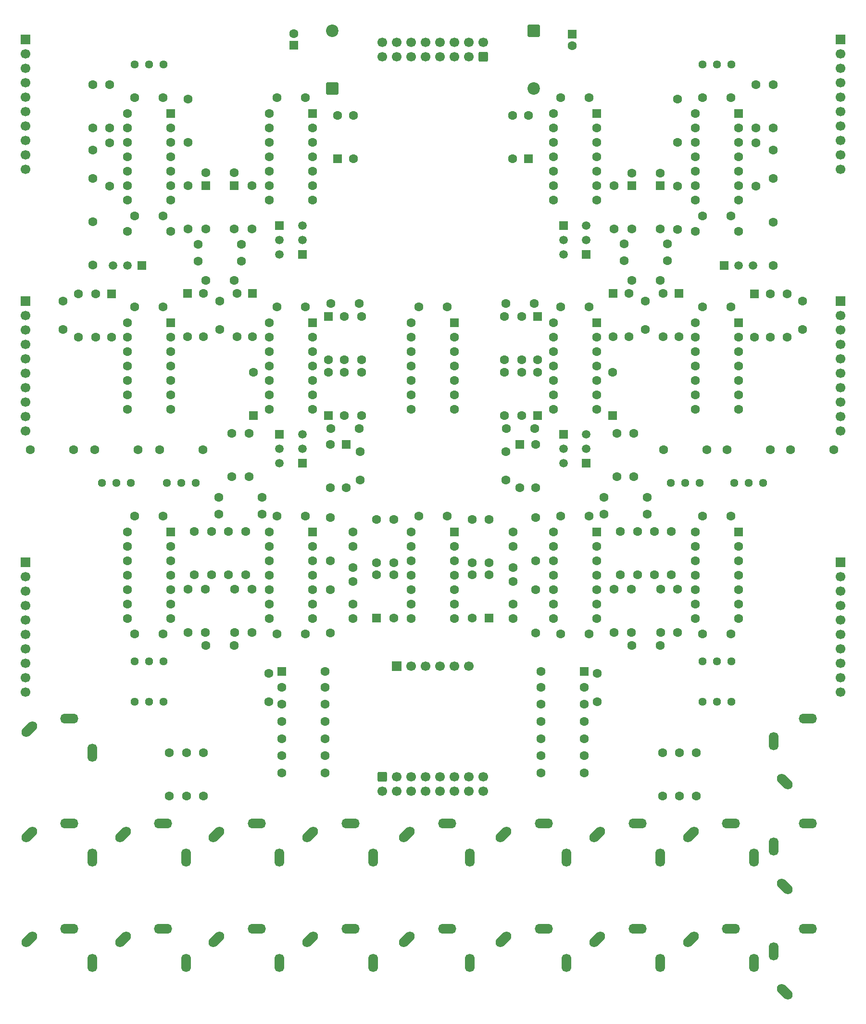
<source format=gbs>
%TF.GenerationSoftware,KiCad,Pcbnew,9.0.6*%
%TF.CreationDate,2025-12-25T18:10:41+01:00*%
%TF.ProjectId,DMH_VCEG_PCB_1_Mk1_1,444d485f-5643-4454-975f-5043425f315f,1*%
%TF.SameCoordinates,Original*%
%TF.FileFunction,Soldermask,Bot*%
%TF.FilePolarity,Negative*%
%FSLAX46Y46*%
G04 Gerber Fmt 4.6, Leading zero omitted, Abs format (unit mm)*
G04 Created by KiCad (PCBNEW 9.0.6) date 2025-12-25 18:10:41*
%MOMM*%
%LPD*%
G01*
G04 APERTURE LIST*
G04 Aperture macros list*
%AMRoundRect*
0 Rectangle with rounded corners*
0 $1 Rounding radius*
0 $2 $3 $4 $5 $6 $7 $8 $9 X,Y pos of 4 corners*
0 Add a 4 corners polygon primitive as box body*
4,1,4,$2,$3,$4,$5,$6,$7,$8,$9,$2,$3,0*
0 Add four circle primitives for the rounded corners*
1,1,$1+$1,$2,$3*
1,1,$1+$1,$4,$5*
1,1,$1+$1,$6,$7*
1,1,$1+$1,$8,$9*
0 Add four rect primitives between the rounded corners*
20,1,$1+$1,$2,$3,$4,$5,0*
20,1,$1+$1,$4,$5,$6,$7,0*
20,1,$1+$1,$6,$7,$8,$9,0*
20,1,$1+$1,$8,$9,$2,$3,0*%
%AMHorizOval*
0 Thick line with rounded ends*
0 $1 width*
0 $2 $3 position (X,Y) of the first rounded end (center of the circle)*
0 $4 $5 position (X,Y) of the second rounded end (center of the circle)*
0 Add line between two ends*
20,1,$1,$2,$3,$4,$5,0*
0 Add two circle primitives to create the rounded ends*
1,1,$1,$2,$3*
1,1,$1,$4,$5*%
G04 Aperture macros list end*
%ADD10C,1.600000*%
%ADD11RoundRect,0.250000X0.550000X0.550000X-0.550000X0.550000X-0.550000X-0.550000X0.550000X-0.550000X0*%
%ADD12R,1.500000X1.500000*%
%ADD13C,1.500000*%
%ADD14HorizOval,1.712000X-0.533159X-0.533159X0.533159X0.533159X0*%
%ADD15O,1.712000X3.220000*%
%ADD16O,3.220000X1.712000*%
%ADD17R,1.700000X1.700000*%
%ADD18C,1.700000*%
%ADD19HorizOval,1.712000X-0.533159X0.533159X0.533159X-0.533159X0*%
%ADD20C,1.440000*%
%ADD21RoundRect,0.250000X0.550000X-0.550000X0.550000X0.550000X-0.550000X0.550000X-0.550000X-0.550000X0*%
%ADD22RoundRect,0.250000X-0.550000X0.550000X-0.550000X-0.550000X0.550000X-0.550000X0.550000X0.550000X0*%
%ADD23RoundRect,0.249999X-0.850001X0.850001X-0.850001X-0.850001X0.850001X-0.850001X0.850001X0.850001X0*%
%ADD24C,2.200000*%
%ADD25RoundRect,0.250000X-0.600000X0.600000X-0.600000X-0.600000X0.600000X-0.600000X0.600000X0.600000X0*%
%ADD26RoundRect,0.250000X0.600000X-0.600000X0.600000X0.600000X-0.600000X0.600000X-0.600000X-0.600000X0*%
%ADD27RoundRect,0.249999X0.850001X-0.850001X0.850001X0.850001X-0.850001X0.850001X-0.850001X-0.850001X0*%
%ADD28RoundRect,0.250000X-0.550000X-0.550000X0.550000X-0.550000X0.550000X0.550000X-0.550000X0.550000X0*%
G04 APERTURE END LIST*
D10*
%TO.C,U13*%
X121190000Y-95585000D03*
X121190000Y-98125000D03*
X121190000Y-100665000D03*
X121190000Y-103205000D03*
X121190000Y-105745000D03*
X121190000Y-108285000D03*
X121190000Y-110825000D03*
X128810000Y-110825000D03*
X128810000Y-108285000D03*
X128810000Y-105745000D03*
X128810000Y-103205000D03*
X128810000Y-100665000D03*
X128810000Y-98125000D03*
D11*
X128810000Y-95585000D03*
%TD*%
D10*
%TO.C,R3*%
X159900000Y-85510000D03*
X159900000Y-77890000D03*
%TD*%
D11*
%TO.C,U26*%
X103810000Y-95585000D03*
D10*
X103810000Y-98125000D03*
X103810000Y-100665000D03*
X103810000Y-103205000D03*
X103810000Y-105745000D03*
X103810000Y-108285000D03*
X103810000Y-110825000D03*
X96190000Y-110825000D03*
X96190000Y-108285000D03*
X96190000Y-105745000D03*
X96190000Y-103205000D03*
X96190000Y-100665000D03*
X96190000Y-98125000D03*
X96190000Y-95585000D03*
%TD*%
%TO.C,R202*%
X40100000Y-77790000D03*
X40100000Y-85410000D03*
%TD*%
D12*
%TO.C,Q6*%
X151260000Y-85500000D03*
D13*
X153800000Y-85500000D03*
X156340000Y-85500000D03*
%TD*%
D12*
%TO.C,Q5*%
X48740000Y-85500000D03*
D13*
X46200000Y-85500000D03*
X43660000Y-85500000D03*
%TD*%
D10*
%TO.C,C79*%
X97500000Y-92800000D03*
X102500000Y-92800000D03*
%TD*%
D14*
%TO.C,J19*%
X145403810Y-204153810D03*
D15*
X156500000Y-208250000D03*
D16*
X152500000Y-202250000D03*
%TD*%
D14*
%TO.C,J14*%
X112403810Y-185653810D03*
D15*
X123500000Y-189750000D03*
D16*
X119500000Y-183750000D03*
%TD*%
D17*
%TO.C,J24*%
X93650000Y-156000000D03*
D18*
X96190000Y-156000000D03*
X98730000Y-156000000D03*
X101270000Y-156000000D03*
X103810000Y-156000000D03*
X106350000Y-156000000D03*
%TD*%
D14*
%TO.C,J3*%
X61903810Y-185653810D03*
D15*
X73000000Y-189750000D03*
D16*
X69000000Y-183750000D03*
%TD*%
D14*
%TO.C,J1*%
X28903810Y-185653810D03*
D15*
X40000000Y-189750000D03*
D16*
X36000000Y-183750000D03*
%TD*%
D14*
%TO.C,J5*%
X78403810Y-204153810D03*
D15*
X89500000Y-208250000D03*
D16*
X85500000Y-202250000D03*
%TD*%
D19*
%TO.C,J20*%
X161903810Y-213346190D03*
D16*
X166000000Y-202250000D03*
D15*
X160000000Y-206250000D03*
%TD*%
D14*
%TO.C,J4*%
X78403810Y-185653810D03*
D15*
X89500000Y-189750000D03*
D16*
X85500000Y-183750000D03*
%TD*%
D14*
%TO.C,J18*%
X128903810Y-204153810D03*
D15*
X140000000Y-208250000D03*
D16*
X136000000Y-202250000D03*
%TD*%
D17*
%TO.C,J21*%
X28250000Y-45750000D03*
D18*
X28250000Y-48290000D03*
X28250000Y-50830000D03*
X28250000Y-53370000D03*
X28250000Y-55910000D03*
X28250000Y-58450000D03*
X28250000Y-60990000D03*
X28250000Y-63530000D03*
X28250000Y-66070000D03*
X28250000Y-68610000D03*
%TD*%
D14*
%TO.C,J7*%
X95403810Y-185653810D03*
D15*
X106500000Y-189750000D03*
D16*
X102500000Y-183750000D03*
%TD*%
D14*
%TO.C,J8*%
X61903810Y-204153810D03*
D15*
X73000000Y-208250000D03*
D16*
X69000000Y-202250000D03*
%TD*%
D17*
%TO.C,J27*%
X171750000Y-137750000D03*
D18*
X171750000Y-140290000D03*
X171750000Y-142830000D03*
X171750000Y-145370000D03*
X171750000Y-147910000D03*
X171750000Y-150450000D03*
X171750000Y-152990000D03*
X171750000Y-155530000D03*
X171750000Y-158070000D03*
X171750000Y-160610000D03*
%TD*%
D17*
%TO.C,J23*%
X28250000Y-137750000D03*
D18*
X28250000Y-140290000D03*
X28250000Y-142830000D03*
X28250000Y-145370000D03*
X28250000Y-147910000D03*
X28250000Y-150450000D03*
X28250000Y-152990000D03*
X28250000Y-155530000D03*
X28250000Y-158070000D03*
X28250000Y-160610000D03*
%TD*%
D14*
%TO.C,J10*%
X28903810Y-204153810D03*
D15*
X40000000Y-208250000D03*
D16*
X36000000Y-202250000D03*
%TD*%
D14*
%TO.C,J13*%
X128903810Y-185653810D03*
D15*
X140000000Y-189750000D03*
D16*
X136000000Y-183750000D03*
%TD*%
D17*
%TO.C,J26*%
X171750000Y-91750000D03*
D18*
X171750000Y-94290000D03*
X171750000Y-96830000D03*
X171750000Y-99370000D03*
X171750000Y-101910000D03*
X171750000Y-104450000D03*
X171750000Y-106990000D03*
X171750000Y-109530000D03*
X171750000Y-112070000D03*
X171750000Y-114610000D03*
%TD*%
D14*
%TO.C,J6*%
X28903810Y-167153810D03*
D15*
X40000000Y-171250000D03*
D16*
X36000000Y-165250000D03*
%TD*%
D17*
%TO.C,J22*%
X28250000Y-91750000D03*
D18*
X28250000Y-94290000D03*
X28250000Y-96830000D03*
X28250000Y-99370000D03*
X28250000Y-101910000D03*
X28250000Y-104450000D03*
X28250000Y-106990000D03*
X28250000Y-109530000D03*
X28250000Y-112070000D03*
X28250000Y-114610000D03*
%TD*%
D14*
%TO.C,J12*%
X145403810Y-185653810D03*
D15*
X156500000Y-189750000D03*
D16*
X152500000Y-183750000D03*
%TD*%
D14*
%TO.C,J2*%
X45403810Y-185653810D03*
D15*
X56500000Y-189750000D03*
D16*
X52500000Y-183750000D03*
%TD*%
D19*
%TO.C,J16*%
X161903810Y-176346190D03*
D16*
X166000000Y-165250000D03*
D15*
X160000000Y-169250000D03*
%TD*%
D17*
%TO.C,J25*%
X171750000Y-45750000D03*
D18*
X171750000Y-48290000D03*
X171750000Y-50830000D03*
X171750000Y-53370000D03*
X171750000Y-55910000D03*
X171750000Y-58450000D03*
X171750000Y-60990000D03*
X171750000Y-63530000D03*
X171750000Y-66070000D03*
X171750000Y-68610000D03*
%TD*%
D14*
%TO.C,J17*%
X95403810Y-204153810D03*
D15*
X106500000Y-208250000D03*
D16*
X102500000Y-202250000D03*
%TD*%
D19*
%TO.C,J11*%
X161903810Y-194846190D03*
D16*
X166000000Y-183750000D03*
D15*
X160000000Y-187750000D03*
%TD*%
D14*
%TO.C,J15*%
X112403810Y-204153810D03*
D15*
X123500000Y-208250000D03*
D16*
X119500000Y-202250000D03*
%TD*%
D14*
%TO.C,J9*%
X45403810Y-204153810D03*
D15*
X56500000Y-208250000D03*
D16*
X52500000Y-202250000D03*
%TD*%
D10*
%TO.C,R110*%
X119000000Y-159750000D03*
X126620000Y-159750000D03*
%TD*%
D20*
%TO.C,RV20*%
X52540000Y-155200000D03*
X50000000Y-155200000D03*
X47460000Y-155200000D03*
%TD*%
D10*
%TO.C,R143*%
X112600000Y-111910000D03*
X112600000Y-104290000D03*
%TD*%
%TO.C,R106*%
X118990000Y-171800000D03*
X126610000Y-171800000D03*
%TD*%
%TO.C,R35*%
X43100000Y-71510000D03*
X43100000Y-63890000D03*
%TD*%
%TO.C,R5*%
X81900000Y-150210000D03*
X81900000Y-142590000D03*
%TD*%
%TO.C,R131*%
X130090000Y-129300000D03*
X137710000Y-129300000D03*
%TD*%
D11*
%TO.C,U16*%
X153810000Y-95585000D03*
D10*
X153810000Y-98125000D03*
X153810000Y-100665000D03*
X153810000Y-103205000D03*
X153810000Y-105745000D03*
X153810000Y-108285000D03*
X153810000Y-110825000D03*
X146190000Y-110825000D03*
X146190000Y-108285000D03*
X146190000Y-105745000D03*
X146190000Y-103205000D03*
X146190000Y-100665000D03*
X146190000Y-98125000D03*
X146190000Y-95585000D03*
%TD*%
%TO.C,C27*%
X152500000Y-56000000D03*
X147500000Y-56000000D03*
%TD*%
%TO.C,C5*%
X72500000Y-56000000D03*
X77500000Y-56000000D03*
%TD*%
%TO.C,R39*%
X87400000Y-94490000D03*
X87400000Y-102110000D03*
%TD*%
D20*
%TO.C,RV41*%
X152540000Y-155200000D03*
X150000000Y-155200000D03*
X147460000Y-155200000D03*
%TD*%
D10*
%TO.C,R132*%
X156900000Y-71510000D03*
X156900000Y-63890000D03*
%TD*%
%TO.C,C22*%
X127500000Y-129600000D03*
X122500000Y-129600000D03*
%TD*%
%TO.C,R91*%
X59600000Y-171290000D03*
X59600000Y-178910000D03*
%TD*%
D11*
%TO.C,U11*%
X128810000Y-132385000D03*
D10*
X128810000Y-134925000D03*
X128810000Y-137465000D03*
X128810000Y-140005000D03*
X128810000Y-142545000D03*
X128810000Y-145085000D03*
X128810000Y-147625000D03*
X121190000Y-147625000D03*
X121190000Y-145085000D03*
X121190000Y-142545000D03*
X121190000Y-140005000D03*
X121190000Y-137465000D03*
X121190000Y-134925000D03*
X121190000Y-132385000D03*
%TD*%
%TO.C,R114*%
X106900000Y-130190000D03*
X106900000Y-137810000D03*
%TD*%
%TO.C,R25*%
X56900000Y-79110000D03*
X56900000Y-71490000D03*
%TD*%
%TO.C,R34*%
X69910000Y-129300000D03*
X62290000Y-129300000D03*
%TD*%
%TO.C,R193*%
X139000000Y-132290000D03*
X139000000Y-139910000D03*
%TD*%
%TO.C,C10*%
X47500000Y-92800000D03*
X52500000Y-92800000D03*
%TD*%
%TO.C,C68*%
X135000000Y-88100000D03*
X140000000Y-88100000D03*
%TD*%
%TO.C,C6*%
X72500000Y-92800000D03*
X77500000Y-92800000D03*
%TD*%
D11*
%TO.C,U1*%
X78810000Y-132385000D03*
D10*
X78810000Y-134925000D03*
X78810000Y-137465000D03*
X78810000Y-140005000D03*
X78810000Y-142545000D03*
X78810000Y-145085000D03*
X78810000Y-147625000D03*
X71190000Y-147625000D03*
X71190000Y-145085000D03*
X71190000Y-142545000D03*
X71190000Y-140005000D03*
X71190000Y-137465000D03*
X71190000Y-134925000D03*
X71190000Y-132385000D03*
%TD*%
%TO.C,C25*%
X122500000Y-92800000D03*
X127500000Y-92800000D03*
%TD*%
%TO.C,R19*%
X159900000Y-53690000D03*
X159900000Y-61310000D03*
%TD*%
%TO.C,C11*%
X52500000Y-129600000D03*
X47500000Y-129600000D03*
%TD*%
%TO.C,R14*%
X81010000Y-162750000D03*
X73390000Y-162750000D03*
%TD*%
%TO.C,R40*%
X29090000Y-117900000D03*
X36710000Y-117900000D03*
%TD*%
D21*
%TO.C,C2*%
X75500000Y-46705113D03*
D10*
X75500000Y-44705113D03*
%TD*%
%TO.C,C8*%
X52500000Y-56000000D03*
X47500000Y-56000000D03*
%TD*%
%TO.C,R41*%
X46190000Y-79500000D03*
X53810000Y-79500000D03*
%TD*%
%TO.C,R118*%
X118990000Y-165800000D03*
X126610000Y-165800000D03*
%TD*%
%TO.C,R108*%
X59600000Y-98060000D03*
X59600000Y-90440000D03*
%TD*%
%TO.C,C59*%
X128900000Y-157300000D03*
X128900000Y-162300000D03*
%TD*%
D22*
%TO.C,D33*%
X118400000Y-94490000D03*
D10*
X118400000Y-102110000D03*
%TD*%
%TO.C,C48*%
X85900000Y-134950000D03*
X85900000Y-132450000D03*
%TD*%
%TO.C,R1*%
X67600000Y-115090000D03*
X67600000Y-122710000D03*
%TD*%
D23*
%TO.C,D1*%
X117750000Y-44170000D03*
D24*
X117750000Y-54330000D03*
%TD*%
D10*
%TO.C,R45*%
X84400000Y-111910000D03*
X84400000Y-104290000D03*
%TD*%
D22*
%TO.C,D6*%
X65000000Y-71490000D03*
D10*
X65000000Y-79110000D03*
%TD*%
%TO.C,R190*%
X140590000Y-117900000D03*
X148210000Y-117900000D03*
%TD*%
%TO.C,R22*%
X53600000Y-178910000D03*
X53600000Y-171290000D03*
%TD*%
D21*
%TO.C,D3*%
X68400000Y-111910000D03*
D10*
X68400000Y-104290000D03*
%TD*%
%TO.C,C47*%
X65000000Y-69200000D03*
X60000000Y-69200000D03*
%TD*%
D22*
%TO.C,D43*%
X43400000Y-90490000D03*
D10*
X43400000Y-98110000D03*
%TD*%
D22*
%TO.C,C1*%
X124500000Y-44794888D03*
D10*
X124500000Y-46794888D03*
%TD*%
%TO.C,R42*%
X40490000Y-117900000D03*
X48110000Y-117900000D03*
%TD*%
%TO.C,R13*%
X81010000Y-159750000D03*
X73390000Y-159750000D03*
%TD*%
%TO.C,R101*%
X134900000Y-142490000D03*
X134900000Y-150110000D03*
%TD*%
%TO.C,R8*%
X64600000Y-122710000D03*
X64600000Y-115090000D03*
%TD*%
D22*
%TO.C,D14*%
X81600000Y-94490000D03*
D10*
X81600000Y-102110000D03*
%TD*%
%TO.C,R4*%
X65100000Y-142490000D03*
X65100000Y-150110000D03*
%TD*%
%TO.C,R133*%
X133000000Y-139910000D03*
X133000000Y-132290000D03*
%TD*%
%TO.C,R136*%
X112600000Y-94490000D03*
X112600000Y-102110000D03*
%TD*%
%TO.C,R116*%
X37600000Y-98110000D03*
X37600000Y-90490000D03*
%TD*%
%TO.C,C28*%
X152500000Y-76800000D03*
X147500000Y-76800000D03*
%TD*%
%TO.C,C77*%
X62500000Y-96800000D03*
X62500000Y-91800000D03*
%TD*%
%TO.C,C53*%
X40100000Y-70200000D03*
X40100000Y-65200000D03*
%TD*%
D20*
%TO.C,RV21*%
X52540000Y-162305000D03*
X50000000Y-162305000D03*
X47460000Y-162305000D03*
%TD*%
D22*
%TO.C,D26*%
X140000000Y-71490000D03*
D10*
X140000000Y-79110000D03*
%TD*%
%TO.C,R92*%
X56900000Y-142490000D03*
X56900000Y-150110000D03*
%TD*%
%TO.C,R139*%
X159410000Y-117900000D03*
X151790000Y-117900000D03*
%TD*%
%TO.C,R194*%
X136000000Y-132290000D03*
X136000000Y-139910000D03*
%TD*%
%TO.C,R97*%
X64000000Y-132290000D03*
X64000000Y-139910000D03*
%TD*%
D11*
%TO.C,U17*%
X153810000Y-132385000D03*
D10*
X153810000Y-134925000D03*
X153810000Y-137465000D03*
X153810000Y-140005000D03*
X153810000Y-142545000D03*
X153810000Y-145085000D03*
X153810000Y-147625000D03*
X146190000Y-147625000D03*
X146190000Y-145085000D03*
X146190000Y-142545000D03*
X146190000Y-140005000D03*
X146190000Y-137465000D03*
X146190000Y-134925000D03*
X146190000Y-132385000D03*
%TD*%
D21*
%TO.C,D34*%
X116800000Y-66710000D03*
D10*
X116800000Y-59090000D03*
%TD*%
%TO.C,C12*%
X52500000Y-150400000D03*
X47500000Y-150400000D03*
%TD*%
%TO.C,R36*%
X67000000Y-139910000D03*
X67000000Y-132290000D03*
%TD*%
%TO.C,R199*%
X156900000Y-61310000D03*
X156900000Y-53690000D03*
%TD*%
D20*
%TO.C,RV19*%
X58240000Y-123805000D03*
X55700000Y-123805000D03*
X53160000Y-123805000D03*
%TD*%
D10*
%TO.C,C31*%
X152500000Y-150400000D03*
X147500000Y-150400000D03*
%TD*%
D22*
%TO.C,D12*%
X68250000Y-90440000D03*
D10*
X68250000Y-98060000D03*
%TD*%
%TO.C,R16*%
X90100000Y-137810000D03*
X90100000Y-130190000D03*
%TD*%
D20*
%TO.C,RV24*%
X147460000Y-50095000D03*
X150000000Y-50095000D03*
X152540000Y-50095000D03*
%TD*%
D21*
%TO.C,D32*%
X109900000Y-147610000D03*
D10*
X109900000Y-139990000D03*
%TD*%
D22*
%TO.C,D41*%
X56800000Y-90440000D03*
D10*
X56800000Y-98060000D03*
%TD*%
%TO.C,R98*%
X132400000Y-115090000D03*
X132400000Y-122710000D03*
%TD*%
%TO.C,C58*%
X135000000Y-152400000D03*
X140000000Y-152400000D03*
%TD*%
%TO.C,R20*%
X81010000Y-168800000D03*
X73390000Y-168800000D03*
%TD*%
%TO.C,C55*%
X82000000Y-114200000D03*
X87000000Y-114200000D03*
%TD*%
%TO.C,R7*%
X59900000Y-150110000D03*
X59900000Y-142490000D03*
%TD*%
%TO.C,C42*%
X65000000Y-152400000D03*
X60000000Y-152400000D03*
%TD*%
%TO.C,R9*%
X81010000Y-171800000D03*
X73390000Y-171800000D03*
%TD*%
%TO.C,R141*%
X143100000Y-63810000D03*
X143100000Y-56190000D03*
%TD*%
D22*
%TO.C,D5*%
X84700000Y-116990000D03*
D10*
X84700000Y-124610000D03*
%TD*%
%TO.C,C72*%
X97500000Y-129600000D03*
X102500000Y-129600000D03*
%TD*%
D11*
%TO.C,U7*%
X53810000Y-132385000D03*
D10*
X53810000Y-134925000D03*
X53810000Y-137465000D03*
X53810000Y-140005000D03*
X53810000Y-142545000D03*
X53810000Y-145085000D03*
X53810000Y-147625000D03*
X46190000Y-147625000D03*
X46190000Y-145085000D03*
X46190000Y-142545000D03*
X46190000Y-140005000D03*
X46190000Y-137465000D03*
X46190000Y-134925000D03*
X46190000Y-132385000D03*
%TD*%
%TO.C,R21*%
X81010000Y-165800000D03*
X73390000Y-165800000D03*
%TD*%
%TO.C,R47*%
X86000000Y-66710000D03*
X86000000Y-59090000D03*
%TD*%
D22*
%TO.C,D44*%
X156600000Y-90490000D03*
D10*
X156600000Y-98110000D03*
%TD*%
%TO.C,C78*%
X137400000Y-96800000D03*
X137400000Y-91800000D03*
%TD*%
%TO.C,R32*%
X93100000Y-139990000D03*
X93100000Y-147610000D03*
%TD*%
%TO.C,C63*%
X135000000Y-69210000D03*
X140000000Y-69210000D03*
%TD*%
%TO.C,C46*%
X87200000Y-118300000D03*
X87200000Y-123300000D03*
%TD*%
%TO.C,R31*%
X65500000Y-90440000D03*
X65500000Y-98060000D03*
%TD*%
%TO.C,R2*%
X58690000Y-81750000D03*
X66310000Y-81750000D03*
%TD*%
%TO.C,R120*%
X118100000Y-129890000D03*
X118100000Y-137510000D03*
%TD*%
D12*
%TO.C,Q20*%
X127000000Y-83560000D03*
D13*
X127000000Y-81020000D03*
X127000000Y-78480000D03*
%TD*%
D10*
%TO.C,C30*%
X152500000Y-129600000D03*
X147500000Y-129600000D03*
%TD*%
%TO.C,R43*%
X106900000Y-139990000D03*
X106900000Y-147610000D03*
%TD*%
%TO.C,R122*%
X143100000Y-79120000D03*
X143100000Y-71500000D03*
%TD*%
D12*
%TO.C,Q17*%
X123000000Y-115200000D03*
D13*
X123000000Y-117740000D03*
X123000000Y-120280000D03*
%TD*%
D10*
%TO.C,R188*%
X140400000Y-171290000D03*
X140400000Y-178910000D03*
%TD*%
D12*
%TO.C,Q4*%
X77000000Y-83560000D03*
D13*
X77000000Y-81020000D03*
X77000000Y-78480000D03*
%TD*%
D10*
%TO.C,R129*%
X159400000Y-90490000D03*
X159400000Y-98110000D03*
%TD*%
D11*
%TO.C,U12*%
X128810000Y-58785000D03*
D10*
X128810000Y-61325000D03*
X128810000Y-63865000D03*
X128810000Y-66405000D03*
X128810000Y-68945000D03*
X128810000Y-71485000D03*
X128810000Y-74025000D03*
X121190000Y-74025000D03*
X121190000Y-71485000D03*
X121190000Y-68945000D03*
X121190000Y-66405000D03*
X121190000Y-63865000D03*
X121190000Y-61325000D03*
X121190000Y-58785000D03*
%TD*%
%TO.C,C44*%
X85900000Y-141150000D03*
X85900000Y-138650000D03*
%TD*%
%TO.C,R95*%
X56600000Y-171290000D03*
X56600000Y-178910000D03*
%TD*%
D25*
%TO.C,J200*%
X91110000Y-175497500D03*
D18*
X93650000Y-175497500D03*
X96190000Y-175497500D03*
X98730000Y-175497500D03*
X101270000Y-175497500D03*
X103810000Y-175497500D03*
X106350000Y-175497500D03*
X108890000Y-175497500D03*
X91110000Y-178037500D03*
X93650000Y-178037500D03*
X96190000Y-178037500D03*
X98730000Y-178037500D03*
X101270000Y-178037500D03*
X103810000Y-178037500D03*
X106350000Y-178037500D03*
X108890000Y-178037500D03*
%TD*%
D10*
%TO.C,R117*%
X118990000Y-168800000D03*
X126610000Y-168800000D03*
%TD*%
D26*
%TO.C,J100*%
X108890000Y-48752500D03*
D18*
X108890000Y-46212500D03*
X106350000Y-48752500D03*
X106350000Y-46212500D03*
X103810000Y-48752500D03*
X103810000Y-46212500D03*
X101270000Y-48752500D03*
X101270000Y-46212500D03*
X98730000Y-48752500D03*
X98730000Y-46212500D03*
X96190000Y-48752500D03*
X96190000Y-46212500D03*
X93650000Y-48752500D03*
X93650000Y-46212500D03*
X91110000Y-48752500D03*
X91110000Y-46212500D03*
%TD*%
D10*
%TO.C,C80*%
X34900000Y-96800000D03*
X34900000Y-91800000D03*
%TD*%
D12*
%TO.C,Q18*%
X127000000Y-120290000D03*
D13*
X127000000Y-117750000D03*
X127000000Y-115210000D03*
%TD*%
D20*
%TO.C,RV40*%
X146940000Y-123805000D03*
X144400000Y-123805000D03*
X141860000Y-123805000D03*
%TD*%
D10*
%TO.C,R140*%
X162400000Y-98110000D03*
X162400000Y-90490000D03*
%TD*%
%TO.C,C69*%
X159900000Y-70200000D03*
X159900000Y-65200000D03*
%TD*%
%TO.C,R128*%
X134500000Y-90440000D03*
X134500000Y-98060000D03*
%TD*%
%TO.C,R142*%
X115600000Y-111910000D03*
X115600000Y-104290000D03*
%TD*%
%TO.C,C56*%
X165100000Y-96800000D03*
X165100000Y-91800000D03*
%TD*%
%TO.C,R137*%
X170610000Y-117900000D03*
X162990000Y-117900000D03*
%TD*%
%TO.C,C60*%
X114100000Y-141150000D03*
X114100000Y-138650000D03*
%TD*%
D12*
%TO.C,Q1*%
X73000000Y-115200000D03*
D13*
X73000000Y-117740000D03*
X73000000Y-120280000D03*
%TD*%
D21*
%TO.C,D22*%
X131600000Y-111910000D03*
D10*
X131600000Y-104290000D03*
%TD*%
%TO.C,R138*%
X146190000Y-79500000D03*
X153810000Y-79500000D03*
%TD*%
%TO.C,R123*%
X131900000Y-79110000D03*
X131900000Y-71490000D03*
%TD*%
%TO.C,C64*%
X114100000Y-134950000D03*
X114100000Y-132450000D03*
%TD*%
%TO.C,R135*%
X115600000Y-94490000D03*
X115600000Y-102110000D03*
%TD*%
%TO.C,R102*%
X118100000Y-150210000D03*
X118100000Y-142590000D03*
%TD*%
D22*
%TO.C,D42*%
X143300000Y-90440000D03*
D10*
X143300000Y-98060000D03*
%TD*%
%TO.C,R23*%
X81900000Y-129890000D03*
X81900000Y-137510000D03*
%TD*%
%TO.C,C54*%
X82000000Y-92200000D03*
X87000000Y-92200000D03*
%TD*%
D11*
%TO.C,U25*%
X103810000Y-132385000D03*
D10*
X103810000Y-134925000D03*
X103810000Y-137465000D03*
X103810000Y-140005000D03*
X103810000Y-142545000D03*
X103810000Y-145085000D03*
X103810000Y-147625000D03*
X96190000Y-147625000D03*
X96190000Y-145085000D03*
X96190000Y-142545000D03*
X96190000Y-140005000D03*
X96190000Y-137465000D03*
X96190000Y-134925000D03*
X96190000Y-132385000D03*
%TD*%
%TO.C,C29*%
X147500000Y-92800000D03*
X152500000Y-92800000D03*
%TD*%
%TO.C,R96*%
X61000000Y-132290000D03*
X61000000Y-139910000D03*
%TD*%
%TO.C,R189*%
X143100000Y-142490000D03*
X143100000Y-150110000D03*
%TD*%
%TO.C,R191*%
X142000000Y-132290000D03*
X142000000Y-139910000D03*
%TD*%
D12*
%TO.C,Q19*%
X123000000Y-78460000D03*
D13*
X123000000Y-81000000D03*
X123000000Y-83540000D03*
%TD*%
D10*
%TO.C,R93*%
X59510000Y-117900000D03*
X51890000Y-117900000D03*
%TD*%
D20*
%TO.C,RV3*%
X47460000Y-50095000D03*
X50000000Y-50095000D03*
X52540000Y-50095000D03*
%TD*%
D10*
%TO.C,C70*%
X117800000Y-92200000D03*
X112800000Y-92200000D03*
%TD*%
%TO.C,R12*%
X81000000Y-174800000D03*
X73380000Y-174800000D03*
%TD*%
%TO.C,R99*%
X141310000Y-81700000D03*
X133690000Y-81700000D03*
%TD*%
%TO.C,R201*%
X40600000Y-90490000D03*
X40600000Y-98110000D03*
%TD*%
D21*
%TO.C,D15*%
X83200000Y-66710000D03*
D10*
X83200000Y-59090000D03*
%TD*%
D27*
%TO.C,D2*%
X82250000Y-54330000D03*
D24*
X82250000Y-44170000D03*
%TD*%
D11*
%TO.C,U3*%
X78810000Y-95585000D03*
D10*
X78810000Y-98125000D03*
X78810000Y-100665000D03*
X78810000Y-103205000D03*
X78810000Y-105745000D03*
X78810000Y-108285000D03*
X78810000Y-110825000D03*
X71190000Y-110825000D03*
X71190000Y-108285000D03*
X71190000Y-105745000D03*
X71190000Y-103205000D03*
X71190000Y-100665000D03*
X71190000Y-98125000D03*
X71190000Y-95585000D03*
%TD*%
%TO.C,R10*%
X58690000Y-84750000D03*
X66310000Y-84750000D03*
%TD*%
%TO.C,C3*%
X77500000Y-129600000D03*
X72500000Y-129600000D03*
%TD*%
%TO.C,C52*%
X65000000Y-88100000D03*
X60000000Y-88100000D03*
%TD*%
%TO.C,R121*%
X118100000Y-116990000D03*
X118100000Y-124610000D03*
%TD*%
%TO.C,R24*%
X81900000Y-116990000D03*
X81900000Y-124610000D03*
%TD*%
%TO.C,R109*%
X118990000Y-174800000D03*
X126610000Y-174800000D03*
%TD*%
D22*
%TO.C,D25*%
X135000000Y-71490000D03*
D10*
X135000000Y-79110000D03*
%TD*%
D21*
%TO.C,D35*%
X118400000Y-111910000D03*
D10*
X118400000Y-104290000D03*
%TD*%
%TO.C,C57*%
X114100000Y-145140000D03*
X114100000Y-147640000D03*
%TD*%
D21*
%TO.C,D13*%
X90100000Y-147610000D03*
D10*
X90100000Y-139990000D03*
%TD*%
%TO.C,C4*%
X77500000Y-150400000D03*
X72500000Y-150400000D03*
%TD*%
D21*
%TO.C,D16*%
X81600000Y-111910000D03*
D10*
X81600000Y-104290000D03*
%TD*%
%TO.C,R17*%
X93100000Y-137810000D03*
X93100000Y-130190000D03*
%TD*%
%TO.C,R38*%
X84400000Y-94490000D03*
X84400000Y-102110000D03*
%TD*%
D11*
%TO.C,U6*%
X53810000Y-95585000D03*
D10*
X53810000Y-98125000D03*
X53810000Y-100665000D03*
X53810000Y-103205000D03*
X53810000Y-105745000D03*
X53810000Y-108285000D03*
X53810000Y-110825000D03*
X46190000Y-110825000D03*
X46190000Y-108285000D03*
X46190000Y-105745000D03*
X46190000Y-103205000D03*
X46190000Y-100665000D03*
X46190000Y-98125000D03*
X46190000Y-95585000D03*
%TD*%
D28*
%TO.C,D4*%
X73390000Y-156950000D03*
D10*
X81010000Y-156950000D03*
%TD*%
%TO.C,R134*%
X131900000Y-150110000D03*
X131900000Y-142490000D03*
%TD*%
%TO.C,R196*%
X40100000Y-53690000D03*
X40100000Y-61310000D03*
%TD*%
%TO.C,R44*%
X56900000Y-56190000D03*
X56900000Y-63810000D03*
%TD*%
D22*
%TO.C,D7*%
X60000000Y-71490000D03*
D10*
X60000000Y-79110000D03*
%TD*%
%TO.C,R33*%
X62290000Y-126300000D03*
X69910000Y-126300000D03*
%TD*%
D12*
%TO.C,Q3*%
X73000000Y-78460000D03*
D13*
X73000000Y-81000000D03*
X73000000Y-83540000D03*
%TD*%
D10*
%TO.C,R119*%
X146400000Y-178910000D03*
X146400000Y-171290000D03*
%TD*%
%TO.C,C71*%
X117900000Y-114200000D03*
X112900000Y-114200000D03*
%TD*%
D12*
%TO.C,Q2*%
X77000000Y-120290000D03*
D13*
X77000000Y-117750000D03*
X77000000Y-115210000D03*
%TD*%
D22*
%TO.C,D31*%
X131700000Y-90440000D03*
D10*
X131700000Y-98060000D03*
%TD*%
D11*
%TO.C,U2*%
X78810000Y-58785000D03*
D10*
X78810000Y-61325000D03*
X78810000Y-63865000D03*
X78810000Y-66405000D03*
X78810000Y-68945000D03*
X78810000Y-71485000D03*
X78810000Y-74025000D03*
X71190000Y-74025000D03*
X71190000Y-71485000D03*
X71190000Y-68945000D03*
X71190000Y-66405000D03*
X71190000Y-63865000D03*
X71190000Y-61325000D03*
X71190000Y-58785000D03*
%TD*%
D20*
%TO.C,RV42*%
X152540000Y-162305000D03*
X150000000Y-162305000D03*
X147460000Y-162305000D03*
%TD*%
D10*
%TO.C,C9*%
X52500000Y-76800000D03*
X47500000Y-76800000D03*
%TD*%
D20*
%TO.C,RV1*%
X46840000Y-123805000D03*
X44300000Y-123805000D03*
X41760000Y-123805000D03*
%TD*%
D10*
%TO.C,R104*%
X140100000Y-150110000D03*
X140100000Y-142490000D03*
%TD*%
%TO.C,R37*%
X68100000Y-150110000D03*
X68100000Y-142490000D03*
%TD*%
%TO.C,R115*%
X140500000Y-98060000D03*
X140500000Y-90440000D03*
%TD*%
%TO.C,R144*%
X113990000Y-66710000D03*
X113990000Y-59090000D03*
%TD*%
D11*
%TO.C,U15*%
X153810000Y-58785000D03*
D10*
X153810000Y-61325000D03*
X153810000Y-63865000D03*
X153810000Y-66405000D03*
X153810000Y-68945000D03*
X153810000Y-71485000D03*
X153810000Y-74025000D03*
X146190000Y-74025000D03*
X146190000Y-71485000D03*
X146190000Y-68945000D03*
X146190000Y-66405000D03*
X146190000Y-63865000D03*
X146190000Y-61325000D03*
X146190000Y-58785000D03*
%TD*%
D22*
%TO.C,D24*%
X115300000Y-116990000D03*
D10*
X115300000Y-124610000D03*
%TD*%
%TO.C,C41*%
X85900000Y-145150000D03*
X85900000Y-147650000D03*
%TD*%
%TO.C,C24*%
X122500000Y-56000000D03*
X127500000Y-56000000D03*
%TD*%
D11*
%TO.C,D23*%
X126620000Y-156950000D03*
D10*
X119000000Y-156950000D03*
%TD*%
%TO.C,C62*%
X112800000Y-118300000D03*
X112800000Y-123300000D03*
%TD*%
D20*
%TO.C,RV22*%
X158140000Y-123805000D03*
X155600000Y-123805000D03*
X153060000Y-123805000D03*
%TD*%
D10*
%TO.C,R113*%
X109900000Y-137810000D03*
X109900000Y-130190000D03*
%TD*%
%TO.C,R107*%
X141310000Y-84700000D03*
X133690000Y-84700000D03*
%TD*%
%TO.C,R130*%
X137710000Y-126300000D03*
X130090000Y-126300000D03*
%TD*%
%TO.C,R105*%
X135400000Y-122710000D03*
X135400000Y-115090000D03*
%TD*%
%TO.C,R192*%
X143400000Y-171290000D03*
X143400000Y-178910000D03*
%TD*%
%TO.C,R94*%
X58000000Y-132290000D03*
X58000000Y-139910000D03*
%TD*%
%TO.C,C43*%
X71100000Y-157300000D03*
X71100000Y-162300000D03*
%TD*%
%TO.C,R111*%
X119000000Y-162750000D03*
X126620000Y-162750000D03*
%TD*%
%TO.C,R195*%
X43100000Y-61310000D03*
X43100000Y-53690000D03*
%TD*%
D11*
%TO.C,U5*%
X53810000Y-58785000D03*
D10*
X53810000Y-61325000D03*
X53810000Y-63865000D03*
X53810000Y-66405000D03*
X53810000Y-68945000D03*
X53810000Y-71485000D03*
X53810000Y-74025000D03*
X46190000Y-74025000D03*
X46190000Y-71485000D03*
X46190000Y-68945000D03*
X46190000Y-66405000D03*
X46190000Y-63865000D03*
X46190000Y-61325000D03*
X46190000Y-58785000D03*
%TD*%
%TO.C,R46*%
X87400000Y-111910000D03*
X87400000Y-104290000D03*
%TD*%
%TO.C,R26*%
X68100000Y-79110000D03*
X68100000Y-71490000D03*
%TD*%
%TO.C,C23*%
X127500000Y-150400000D03*
X122500000Y-150400000D03*
%TD*%
M02*

</source>
